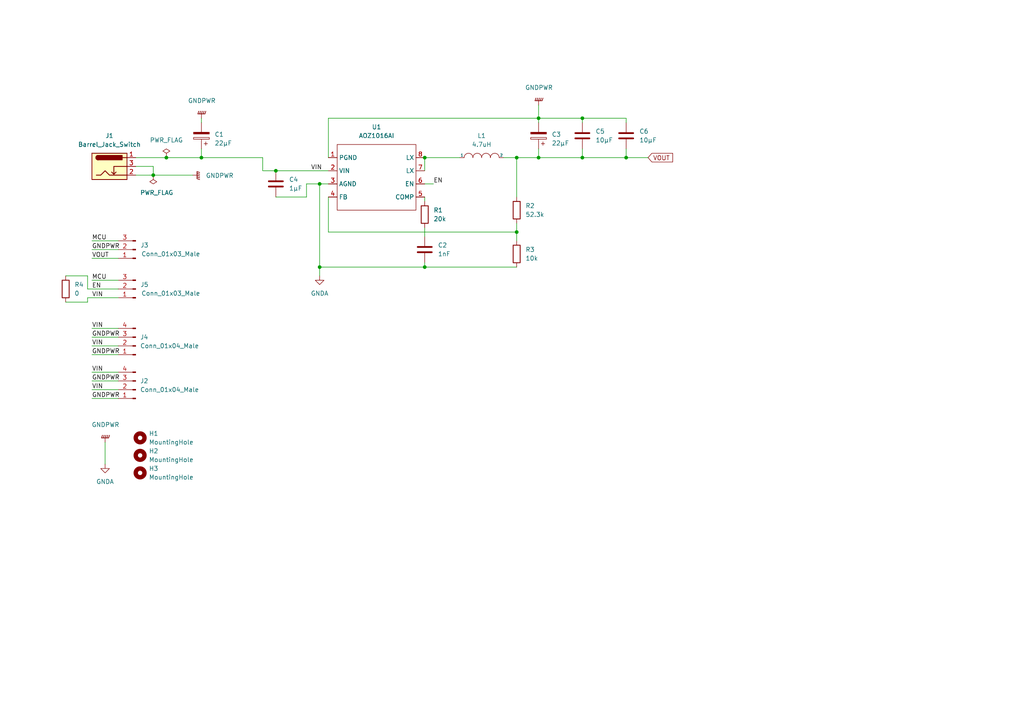
<source format=kicad_sch>
(kicad_sch (version 20211123) (generator eeschema)
  (paper "A4")
  (lib_symbols
    (symbol "#Wegner:AOZ1016AI"
      (property "Reference" "U" (at 0 -11.43 0))
      (property "Value" "AOZ1016AI" (at 0 10.16 0))
      (symbol "AOZ1016AI_0_1"
        (rectangle (start -11.43 8.89) (end 11.43 -10.16))
      )
      (symbol "AOZ1016AI_1_1"
        (pin input line (at -13.97 5.08 0) (length 2.54) (name "PGND") (number "1"))
        (pin input line (at -13.97 1.27 0) (length 2.54) (name "VIN") (number "2"))
        (pin input line (at -13.97 -2.54 0) (length 2.54) (name "AGND") (number "3"))
        (pin input line (at -13.97 -6.35 0) (length 2.54) (name "FB") (number "4"))
        (pin output line (at 13.97 -6.35 180) (length 2.54) (name "COMP") (number "5"))
        (pin input line (at 13.97 -2.54 180) (length 2.54) (name "EN") (number "6"))
        (pin passive line (at 13.97 1.27 180) (length 2.54) (name "LX") (number "7"))
        (pin output line (at 13.97 5.08 180) (length 2.54) (name "LX") (number "8"))
      )
    )
    (symbol "Connector:Barrel_Jack_Switch" (pin_names hide)
      (property "Reference" "J" (at 0 5.334 0))
      (property "Value" "Barrel_Jack_Switch" (at 0 -5.08 0))
      (symbol "Barrel_Jack_Switch_0_1"
        (rectangle (start -5.08 3.81) (end 5.08 -3.81) (stroke (width 0.254)) (fill (type background)))
        (arc (start -3.302 3.175) (mid -3.937 2.54) (end -3.302 1.905) (stroke (width 0.254)))
        (arc (start -3.302 3.175) (mid -3.937 2.54) (end -3.302 1.905) (stroke (width 0.254)) (fill (type outline)))
        (polyline (pts (xy 1.27 -2.286) (xy 1.905 -1.651)) (stroke (width 0.254)))
        (polyline (pts (xy 5.08 2.54) (xy 3.81 2.54)) (stroke (width 0.254)))
        (polyline (pts (xy 5.08 0) (xy 1.27 0) (xy 1.27 -2.286) (xy 0.635 -1.651)) (stroke (width 0.254)))
        (polyline (pts (xy -3.81 -2.54) (xy -2.54 -2.54) (xy -1.27 -1.27) (xy 0 -2.54) (xy 2.54 -2.54) (xy 5.08 -2.54)) (stroke (width 0.254)))
        (rectangle (start 3.683 3.175) (end -3.302 1.905) (stroke (width 0.254)) (fill (type outline)))
      )
      (symbol "Barrel_Jack_Switch_1_1"
        (pin passive line (at 7.62 2.54 180) (length 2.54) (name "~") (number "1"))
        (pin passive line (at 7.62 -2.54 180) (length 2.54) (name "~") (number "2"))
        (pin passive line (at 7.62 0 180) (length 2.54) (name "~") (number "3"))
      )
    )
    (symbol "Connector:Conn_01x03_Male" (pin_names (offset 1.016) hide)
      (property "Reference" "J" (at 0 5.08 0))
      (property "Value" "Conn_01x03_Male" (at 0 -5.08 0))
      (symbol "Conn_01x03_Male_1_1"
        (polyline (pts (xy 1.27 -2.54) (xy 0.8636 -2.54)) (stroke (width 0.1524)))
        (polyline (pts (xy 1.27 0) (xy 0.8636 0)) (stroke (width 0.1524)))
        (polyline (pts (xy 1.27 2.54) (xy 0.8636 2.54)) (stroke (width 0.1524)))
        (rectangle (start 0.8636 -2.413) (end 0 -2.667) (stroke (width 0.1524)) (fill (type outline)))
        (rectangle (start 0.8636 0.127) (end 0 -0.127) (stroke (width 0.1524)) (fill (type outline)))
        (rectangle (start 0.8636 2.667) (end 0 2.413) (stroke (width 0.1524)) (fill (type outline)))
        (pin passive line (at 5.08 2.54 180) (length 3.81) (name "Pin_1") (number "1"))
        (pin passive line (at 5.08 0 180) (length 3.81) (name "Pin_2") (number "2"))
        (pin passive line (at 5.08 -2.54 180) (length 3.81) (name "Pin_3") (number "3"))
      )
    )
    (symbol "Connector:Conn_01x04_Male" (pin_names (offset 1.016) hide)
      (property "Reference" "J" (at 0 5.08 0))
      (property "Value" "Conn_01x04_Male" (at 0 -7.62 0))
      (symbol "Conn_01x04_Male_1_1"
        (polyline (pts (xy 1.27 -5.08) (xy 0.8636 -5.08)) (stroke (width 0.1524)))
        (polyline (pts (xy 1.27 -2.54) (xy 0.8636 -2.54)) (stroke (width 0.1524)))
        (polyline (pts (xy 1.27 0) (xy 0.8636 0)) (stroke (width 0.1524)))
        (polyline (pts (xy 1.27 2.54) (xy 0.8636 2.54)) (stroke (width 0.1524)))
        (rectangle (start 0.8636 -4.953) (end 0 -5.207) (stroke (width 0.1524)) (fill (type outline)))
        (rectangle (start 0.8636 -2.413) (end 0 -2.667) (stroke (width 0.1524)) (fill (type outline)))
        (rectangle (start 0.8636 0.127) (end 0 -0.127) (stroke (width 0.1524)) (fill (type outline)))
        (rectangle (start 0.8636 2.667) (end 0 2.413) (stroke (width 0.1524)) (fill (type outline)))
        (pin passive line (at 5.08 2.54 180) (length 3.81) (name "Pin_1") (number "1"))
        (pin passive line (at 5.08 0 180) (length 3.81) (name "Pin_2") (number "2"))
        (pin passive line (at 5.08 -2.54 180) (length 3.81) (name "Pin_3") (number "3"))
        (pin passive line (at 5.08 -5.08 180) (length 3.81) (name "Pin_4") (number "4"))
      )
    )
    (symbol "Device:C" (pin_numbers hide) (pin_names (offset 0.254))
      (property "Reference" "C" (at 0.635 2.54 0))
      (property "Value" "C" (at 0.635 -2.54 0))
      (symbol "C_0_1"
        (polyline (pts (xy -2.032 -0.762) (xy 2.032 -0.762)) (stroke (width 0.508)))
        (polyline (pts (xy -2.032 0.762) (xy 2.032 0.762)) (stroke (width 0.508)))
      )
      (symbol "C_1_1"
        (pin passive line (at 0 3.81 270) (length 2.794) (name "~") (number "1"))
        (pin passive line (at 0 -3.81 90) (length 2.794) (name "~") (number "2"))
      )
    )
    (symbol "Device:C_Polarized" (pin_numbers hide) (pin_names (offset 0.254))
      (property "Reference" "C" (at 0.635 2.54 0))
      (property "Value" "C_Polarized" (at 0.635 -2.54 0))
      (symbol "C_Polarized_0_1"
        (rectangle (start -2.286 0.508) (end 2.286 1.016))
        (polyline (pts (xy -1.778 2.286) (xy -0.762 2.286)))
        (polyline (pts (xy -1.27 2.794) (xy -1.27 1.778)))
        (rectangle (start 2.286 -0.508) (end -2.286 -1.016) (fill (type outline)))
      )
      (symbol "C_Polarized_1_1"
        (pin passive line (at 0 3.81 270) (length 2.794) (name "~") (number "1"))
        (pin passive line (at 0 -3.81 90) (length 2.794) (name "~") (number "2"))
      )
    )
    (symbol "Device:R" (pin_numbers hide) (pin_names (offset 0))
      (property "Reference" "R" (at 2.032 0 90))
      (property "Value" "R" (at 0 0 90))
      (symbol "R_0_1"
        (rectangle (start -1.016 -2.54) (end 1.016 2.54) (stroke (width 0.254)))
      )
      (symbol "R_1_1"
        (pin passive line (at 0 3.81 270) (length 1.27) (name "~") (number "1"))
        (pin passive line (at 0 -3.81 90) (length 1.27) (name "~") (number "2"))
      )
    )
    (symbol "Mechanical:MountingHole" (pin_names (offset 1.016))
      (property "Reference" "H" (at 0 5.08 0))
      (property "Value" "MountingHole" (at 0 3.175 0))
      (symbol "MountingHole_0_1"
        (circle (center 0 0) (radius 1.27) (stroke (width 1.27)))
      )
    )
    (symbol "power:GNDA" (power) (pin_names (offset 0))
      (property "Value" "GNDA" (at 0 -3.81 0))
      (symbol "GNDA_0_1"
        (polyline (pts (xy 0 0) (xy 0 -1.27) (xy 1.27 -1.27) (xy 0 -2.54) (xy -1.27 -1.27) (xy 0 -1.27)))
      )
      (symbol "GNDA_1_1"
        (pin power_in line (at 0 0 270) (length 0) hide (name "GNDA") (number "1"))
      )
    )
    (symbol "power:GNDPWR" (power) (pin_names (offset 0))
      (property "Value" "GNDPWR" (at 0 -3.302 0))
      (symbol "GNDPWR_0_1"
        (polyline (pts (xy 0 -1.27) (xy 0 0)))
        (polyline (pts (xy -1.016 -1.27) (xy -1.27 -2.032) (xy -1.27 -2.032)) (stroke (width 0.2032)))
        (polyline (pts (xy -0.508 -1.27) (xy -0.762 -2.032) (xy -0.762 -2.032)) (stroke (width 0.2032)))
        (polyline (pts (xy 0 -1.27) (xy -0.254 -2.032) (xy -0.254 -2.032)) (stroke (width 0.2032)))
        (polyline (pts (xy 0.508 -1.27) (xy 0.254 -2.032) (xy 0.254 -2.032)) (stroke (width 0.2032)))
        (polyline (pts (xy 1.016 -1.27) (xy -1.016 -1.27) (xy -1.016 -1.27)) (stroke (width 0.2032)))
        (polyline (pts (xy 1.016 -1.27) (xy 0.762 -2.032) (xy 0.762 -2.032) (xy 0.762 -2.032)) (stroke (width 0.2032)))
      )
      (symbol "GNDPWR_1_1"
        (pin power_in line (at 0 0 270) (length 0) hide (name "GNDPWR") (number "1"))
      )
    )
    (symbol "power:PWR_FLAG" (power) (pin_numbers hide) (pin_names (offset 0) hide)
      (property "Value" "PWR_FLAG" (at 0 3.81 0))
      (symbol "PWR_FLAG_0_0"
        (pin power_out line (at 0 0 90) (length 0) (name "pwr") (number "1"))
      )
      (symbol "PWR_FLAG_0_1"
        (polyline (pts (xy 0 0) (xy 0 1.27) (xy -1.016 1.905) (xy 0 2.54) (xy 1.016 1.905) (xy 0 1.27)))
      )
    )
    (symbol "pspice:INDUCTOR" (pin_numbers hide) (pin_names (offset 0))
      (property "Reference" "L" (at 0 2.54 0))
      (property "Value" "INDUCTOR" (at 0 -1.27 0))
      (symbol "INDUCTOR_0_1"
        (arc (start -2.54 0) (mid -3.81 1.27) (end -5.08 0))
        (arc (start 0 0) (mid -1.27 1.27) (end -2.54 0))
        (arc (start 2.54 0) (mid 1.27 1.27) (end 0 0))
        (arc (start 5.08 0) (mid 3.81 1.27) (end 2.54 0))
      )
      (symbol "INDUCTOR_1_1"
        (pin input line (at -6.35 0 0) (length 1.27) (name "1") (number "1"))
        (pin input line (at 6.35 0 180) (length 1.27) (name "2") (number "2"))
      )
    )
  )
  (junction (at 156.21 45.72))
  (junction (at 123.19 45.72))
  (junction (at 181.61 45.72))
  (junction (at 123.19 77.47))
  (junction (at 58.42 45.72))
  (junction (at 92.71 53.34))
  (junction (at 80.01 49.53))
  (junction (at 168.91 45.72))
  (junction (at 149.86 67.31))
  (junction (at 92.71 77.47))
  (junction (at 156.21 34.29))
  (junction (at 149.86 45.72))
  (junction (at 48.26 45.72))
  (junction (at 44.45 50.8))
  (junction (at 168.91 34.29))
  (wire (pts (xy 156.21 35.56) (xy 156.21 34.29)))
  (wire (pts (xy 88.9 57.15) (xy 88.9 53.34)))
  (wire (pts (xy 48.26 45.72) (xy 58.42 45.72)))
  (wire (pts (xy 149.86 57.15) (xy 149.86 45.72)))
  (wire (pts (xy 44.45 50.8) (xy 44.45 48.26)))
  (wire (pts (xy 88.9 53.34) (xy 92.71 53.34)))
  (wire (pts (xy 26.67 107.95) (xy 34.29 107.95)))
  (wire (pts (xy 149.86 45.72) (xy 156.21 45.72)))
  (wire (pts (xy 168.91 45.72) (xy 181.61 45.72)))
  (wire (pts (xy 92.71 53.34) (xy 92.71 77.47)))
  (wire (pts (xy 95.25 53.34) (xy 92.71 53.34)))
  (wire (pts (xy 25.4 86.36) (xy 34.29 86.36)))
  (wire (pts (xy 80.01 57.15) (xy 88.9 57.15)))
  (wire (pts (xy 26.67 97.79) (xy 34.29 97.79)))
  (wire (pts (xy 123.19 57.15) (xy 123.19 58.42)))
  (wire (pts (xy 26.67 113.03) (xy 34.29 113.03)))
  (wire (pts (xy 44.45 50.8) (xy 55.88 50.8)))
  (wire (pts (xy 26.67 72.39) (xy 34.29 72.39)))
  (wire (pts (xy 123.19 76.2) (xy 123.19 77.47)))
  (wire (pts (xy 26.67 110.49) (xy 34.29 110.49)))
  (wire (pts (xy 76.2 45.72) (xy 76.2 49.53)))
  (wire (pts (xy 58.42 45.72) (xy 76.2 45.72)))
  (wire (pts (xy 123.19 45.72) (xy 123.19 49.53)))
  (wire (pts (xy 92.71 77.47) (xy 123.19 77.47)))
  (wire (pts (xy 95.25 45.72) (xy 95.25 34.29)))
  (wire (pts (xy 168.91 43.18) (xy 168.91 45.72)))
  (wire (pts (xy 25.4 80.01) (xy 19.05 80.01)))
  (wire (pts (xy 123.19 77.47) (xy 149.86 77.47)))
  (wire (pts (xy 156.21 43.18) (xy 156.21 45.72)))
  (wire (pts (xy 123.19 53.34) (xy 125.73 53.34)))
  (wire (pts (xy 181.61 34.29) (xy 181.61 35.56)))
  (wire (pts (xy 26.67 74.93) (xy 34.29 74.93)))
  (wire (pts (xy 25.4 87.63) (xy 19.05 87.63)))
  (wire (pts (xy 95.25 67.31) (xy 95.25 57.15)))
  (wire (pts (xy 26.67 100.33) (xy 34.29 100.33)))
  (wire (pts (xy 168.91 34.29) (xy 156.21 34.29)))
  (wire (pts (xy 149.86 67.31) (xy 95.25 67.31)))
  (wire (pts (xy 25.4 83.82) (xy 25.4 80.01)))
  (wire (pts (xy 39.37 50.8) (xy 44.45 50.8)))
  (wire (pts (xy 26.67 102.87) (xy 34.29 102.87)))
  (wire (pts (xy 181.61 43.18) (xy 181.61 45.72)))
  (wire (pts (xy 76.2 49.53) (xy 80.01 49.53)))
  (wire (pts (xy 146.05 45.72) (xy 149.86 45.72)))
  (wire (pts (xy 156.21 45.72) (xy 168.91 45.72)))
  (wire (pts (xy 181.61 45.72) (xy 187.96 45.72)))
  (wire (pts (xy 149.86 67.31) (xy 149.86 69.85)))
  (wire (pts (xy 25.4 83.82) (xy 34.29 83.82)))
  (wire (pts (xy 30.48 128.27) (xy 30.48 134.62)))
  (wire (pts (xy 92.71 80.01) (xy 92.71 77.47)))
  (wire (pts (xy 149.86 64.77) (xy 149.86 67.31)))
  (wire (pts (xy 25.4 86.36) (xy 25.4 87.63)))
  (wire (pts (xy 26.67 81.28) (xy 34.29 81.28)))
  (wire (pts (xy 80.01 49.53) (xy 95.25 49.53)))
  (wire (pts (xy 123.19 45.72) (xy 133.35 45.72)))
  (wire (pts (xy 58.42 34.29) (xy 58.42 35.56)))
  (wire (pts (xy 156.21 30.48) (xy 156.21 34.29)))
  (wire (pts (xy 26.67 115.57) (xy 34.29 115.57)))
  (wire (pts (xy 95.25 34.29) (xy 156.21 34.29)))
  (wire (pts (xy 26.67 69.85) (xy 34.29 69.85)))
  (wire (pts (xy 39.37 45.72) (xy 48.26 45.72)))
  (wire (pts (xy 123.19 66.04) (xy 123.19 68.58)))
  (wire (pts (xy 168.91 34.29) (xy 181.61 34.29)))
  (wire (pts (xy 58.42 43.18) (xy 58.42 45.72)))
  (wire (pts (xy 168.91 35.56) (xy 168.91 34.29)))
  (wire (pts (xy 39.37 48.26) (xy 44.45 48.26)))
  (wire (pts (xy 26.67 95.25) (xy 34.29 95.25)))
  (label "VOUT" (at 26.67 74.93 0))
  (label "MCU" (at 26.67 81.28 0))
  (label "EN" (at 26.67 83.82 0))
  (label "GNDPWR" (at 26.67 102.87 0))
  (label "GNDPWR" (at 26.67 110.49 0))
  (label "GNDPWR" (at 26.67 72.39 0))
  (label "VIN" (at 26.67 113.03 0))
  (label "MCU" (at 26.67 69.85 0))
  (label "GNDPWR" (at 26.67 115.57 0))
  (label "GNDPWR" (at 26.67 97.79 0))
  (label "VIN" (at 90.17 49.53 0))
  (label "VIN" (at 26.67 100.33 0))
  (label "VIN" (at 26.67 107.95 0))
  (label "EN" (at 125.73 53.34 0))
  (label "VIN" (at 26.67 95.25 0))
  (label "VIN" (at 26.67 86.36 0))
  (global_label "VOUT" (shape input) (at 187.96 45.72 0) (property "Intersheet References" "${INTERSHEET_REFS}" (effects hide)))
  (symbol (lib_id "Device:R") (at 149.86 73.66 0) (unit 1)
    (property "Reference" "R3" (at 152.4 72.3899 0) (effects (justify left)))
    (property "Value" "10k" (at 152.4 74.9299 0) (effects (justify left)))
    (property "Footprint" "Resistor_SMD:R_0805_2012Metric_Pad1.20x1.40mm_HandSolder" (effects hide))
  )
  (symbol (lib_id "power:GNDPWR") (at 156.21 30.48 180) (unit 1)
    (property "Reference" "#PWR0102" (effects hide))
    (property "Value" "GNDPWR" (at 156.337 25.4 0))
  )
  (symbol (lib_id "Mechanical:MountingHole") (at 40.64 132.08 0) (unit 1)
    (property "Reference" "H2" (at 43.18 130.8099 0) (effects (justify left)))
    (property "Value" "MountingHole" (at 43.18 133.3499 0) (effects (justify left)))
    (property "Footprint" "MountingHole:MountingHole_2.5mm_Pad" (effects hide))
  )
  (symbol (lib_id "power:PWR_FLAG") (at 48.26 45.72 0) (unit 1)
    (property "Reference" "#FLG0101" (effects hide))
    (property "Value" "PWR_FLAG" (at 48.26 40.64 0))
  )
  (symbol (lib_id "Mechanical:MountingHole") (at 40.64 137.16 0) (unit 1)
    (property "Reference" "H3" (at 43.18 135.8899 0) (effects (justify left)))
    (property "Value" "MountingHole" (at 43.18 138.4299 0) (effects (justify left)))
    (property "Footprint" "MountingHole:MountingHole_2.5mm_Pad" (effects hide))
  )
  (symbol (lib_id "Connector:Conn_01x03_Male") (at 39.37 83.82 180) (unit 1)
    (property "Reference" "J5" (at 41.91 82.55 0))
    (property "Value" "Conn_01x03_Male" (at 49.53 85.09 0))
    (property "Footprint" "Connector_PinHeader_2.54mm:PinHeader_1x03_P2.54mm_Vertical" (effects hide))
  )
  (symbol (lib_id "Device:R") (at 19.05 83.82 180) (unit 1)
    (property "Reference" "R4" (at 21.59 82.5499 0) (effects (justify right)))
    (property "Value" "0" (at 21.59 85.0899 0) (effects (justify right)))
    (property "Footprint" "Resistor_SMD:R_0402_1005Metric" (effects hide))
  )
  (symbol (lib_id "power:GNDPWR") (at 30.48 128.27 180) (unit 1)
    (property "Reference" "#PWR0106" (effects hide))
    (property "Value" "GNDPWR" (at 30.607 123.19 0))
  )
  (symbol (lib_id "Connector:Conn_01x03_Male") (at 39.37 72.39 180) (unit 1)
    (property "Reference" "J3" (at 41.91 71.12 0))
    (property "Value" "Conn_01x03_Male" (at 49.53 73.66 0))
    (property "Footprint" "Connector_PinHeader_2.54mm:PinHeader_1x03_P2.54mm_Vertical" (effects hide))
  )
  (symbol (lib_id "#Wegner:AOZ1016AI") (at 109.22 50.8 0) (unit 1)
    (property "Reference" "U1" (at 109.22 36.83 0))
    (property "Value" "AOZ1016AI" (at 109.22 39.37 0))
    (property "Footprint" "Package_SO:SO-8_3.9x4.9mm_P1.27mm" (effects hide))
  )
  (symbol (lib_id "Device:C") (at 123.19 72.39 0) (unit 1)
    (property "Reference" "C2" (at 127 71.1199 0) (effects (justify left)))
    (property "Value" "1nF" (at 127 73.6599 0) (effects (justify left)))
    (property "Footprint" "Capacitor_SMD:C_0805_2012Metric_Pad1.18x1.45mm_HandSolder" (effects hide))
  )
  (symbol (lib_id "Device:C") (at 80.01 53.34 180) (unit 1)
    (property "Reference" "C4" (at 83.82 52.0699 0) (effects (justify right)))
    (property "Value" "1µF" (at 83.82 54.6099 0) (effects (justify right)))
    (property "Footprint" "Capacitor_SMD:C_0805_2012Metric_Pad1.18x1.45mm_HandSolder" (effects hide))
  )
  (symbol (lib_id "power:GNDA") (at 92.71 80.01 0) (unit 1)
    (property "Reference" "#PWR0101" (effects hide))
    (property "Value" "GNDA" (at 92.71 85.09 0))
  )
  (symbol (lib_id "Device:C_Polarized") (at 156.21 39.37 180) (unit 1)
    (property "Reference" "C3" (at 160.02 38.9889 0) (effects (justify right)))
    (property "Value" "22µF" (at 160.02 41.5289 0) (effects (justify right)))
    (property "Footprint" "Capacitor_SMD:CP_Elec_6.3x5.9" (effects hide))
  )
  (symbol (lib_id "Device:C") (at 168.91 39.37 0) (unit 1)
    (property "Reference" "C5" (at 172.72 38.0999 0) (effects (justify left)))
    (property "Value" "10µF" (at 172.72 40.6399 0) (effects (justify left)))
    (property "Footprint" "Capacitor_SMD:C_0805_2012Metric_Pad1.18x1.45mm_HandSolder" (effects hide))
  )
  (symbol (lib_id "Connector:Barrel_Jack_Switch") (at 31.75 48.26 0) (unit 1)
    (property "Reference" "J1" (at 31.75 39.37 0))
    (property "Value" "Barrel_Jack_Switch" (at 31.75 41.91 0))
    (property "Footprint" "Connector_BarrelJack:BarrelJack_GCT_DCJ200-10-A_Horizontal" (effects hide))
  )
  (symbol (lib_id "power:PWR_FLAG") (at 44.45 50.8 180) (unit 1)
    (property "Reference" "#FLG0102" (effects hide))
    (property "Value" "PWR_FLAG" (at 40.64 55.88 0) (effects (justify right)))
  )
  (symbol (lib_id "power:GNDPWR") (at 58.42 34.29 180) (unit 1)
    (property "Reference" "#PWR0104" (effects hide))
    (property "Value" "GNDPWR" (at 58.547 29.21 0))
  )
  (symbol (lib_id "power:GNDA") (at 30.48 134.62 0) (unit 1)
    (property "Reference" "#PWR0105" (effects hide))
    (property "Value" "GNDA" (at 30.48 139.7 0))
  )
  (symbol (lib_id "Device:R") (at 149.86 60.96 0) (unit 1)
    (property "Reference" "R2" (at 152.4 59.6899 0) (effects (justify left)))
    (property "Value" "52.3k" (at 152.4 62.2299 0) (effects (justify left)))
    (property "Footprint" "Resistor_SMD:R_0805_2012Metric_Pad1.20x1.40mm_HandSolder" (effects hide))
  )
  (symbol (lib_id "Connector:Conn_01x04_Male") (at 39.37 100.33 180) (unit 1)
    (property "Reference" "J4" (at 40.64 97.7899 0) (effects (justify right)))
    (property "Value" "Conn_01x04_Male" (at 40.64 100.3299 0) (effects (justify right)))
    (property "Footprint" "Connector_PinHeader_2.54mm:PinHeader_1x04_P2.54mm_Vertical" (effects hide))
  )
  (symbol (lib_id "Device:C") (at 181.61 39.37 0) (unit 1)
    (property "Reference" "C6" (at 185.42 38.0999 0) (effects (justify left)))
    (property "Value" "10µF" (at 185.42 40.6399 0) (effects (justify left)))
    (property "Footprint" "Capacitor_SMD:C_0805_2012Metric_Pad1.18x1.45mm_HandSolder" (effects hide))
  )
  (symbol (lib_id "power:GNDPWR") (at 55.88 50.8 90) (unit 1)
    (property "Reference" "#PWR0103" (effects hide))
    (property "Value" "GNDPWR" (at 59.69 50.9269 90) (effects (justify right)))
  )
  (symbol (lib_id "Device:R") (at 123.19 62.23 0) (unit 1)
    (property "Reference" "R1" (at 125.73 60.9599 0) (effects (justify left)))
    (property "Value" "20k" (at 125.73 63.4999 0) (effects (justify left)))
    (property "Footprint" "Resistor_SMD:R_0805_2012Metric_Pad1.20x1.40mm_HandSolder" (effects hide))
  )
  (symbol (lib_id "Device:C_Polarized") (at 58.42 39.37 180) (unit 1)
    (property "Reference" "C1" (at 62.23 38.9889 0) (effects (justify right)))
    (property "Value" "22µF" (at 62.23 41.5289 0) (effects (justify right)))
    (property "Footprint" "Capacitor_SMD:CP_Elec_6.3x5.9" (effects hide))
  )
  (symbol (lib_id "Mechanical:MountingHole") (at 40.64 127 0) (unit 1)
    (property "Reference" "H1" (at 43.18 125.7299 0) (effects (justify left)))
    (property "Value" "MountingHole" (at 43.18 128.2699 0) (effects (justify left)))
    (property "Footprint" "MountingHole:MountingHole_2.5mm_Pad" (effects hide))
  )
  (symbol (lib_id "pspice:INDUCTOR") (at 139.7 45.72 0) (unit 1)
    (property "Reference" "L1" (at 139.7 39.37 0))
    (property "Value" "4.7uH" (at 139.7 41.91 0))
    (property "Footprint" "Bloomer_Library:PowerInductor_Panasonic_ETQP3MKVN_7.4mm_7mm" (effects hide))
  )
  (symbol (lib_id "Connector:Conn_01x04_Male") (at 39.37 113.03 180) (unit 1)
    (property "Reference" "J2" (at 40.64 110.4899 0) (effects (justify right)))
    (property "Value" "Conn_01x04_Male" (at 40.64 113.0299 0) (effects (justify right)))
    (property "Footprint" "Connector_PinHeader_2.54mm:PinHeader_1x04_P2.54mm_Vertical" (effects hide))
  )
)
</source>
